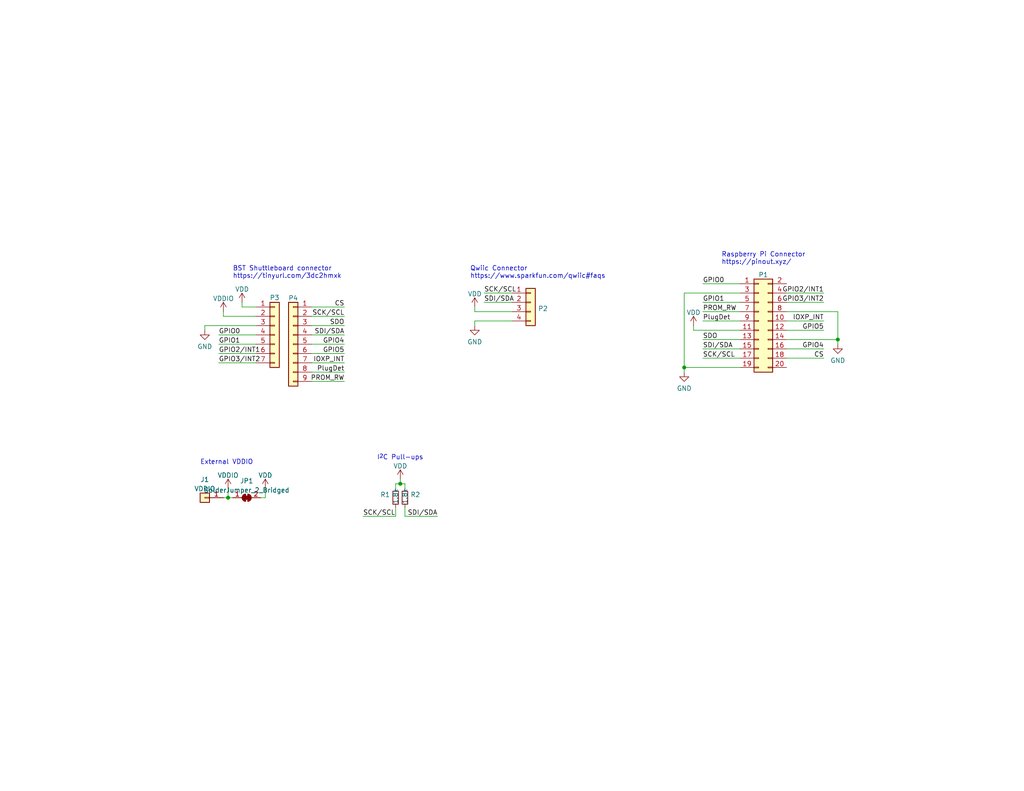
<source format=kicad_sch>
(kicad_sch (version 20230121) (generator eeschema)
  (paper "USLetter")
  (lib_symbols
    (symbol "Connector_Generic:Conn_01x01" (pin_names (offset 1.016) hide)
      (property "Reference" "J" (at 0 2.54 0))
      (property "Value" "Conn_01x01" (at 0 -2.54 0))
      (symbol "Conn_01x01_1_1"
        (rectangle (start -1.27 0.127) (end 0 -0.127) (stroke (width 0.1524)))
        (rectangle (start -1.27 1.27) (end 1.27 -1.27) (stroke (width 0.254)) (fill (type background)))
        (pin passive line (at -5.08 0 0) (length 3.81) (name "Pin_1") (number "1"))
      )
    )
    (symbol "Connector_Generic:Conn_01x04" (pin_names (offset 1.016) hide)
      (property "Reference" "J" (at 0 5.08 0))
      (property "Value" "Conn_01x04" (at 0 -7.62 0))
      (symbol "Conn_01x04_1_1"
        (rectangle (start -1.27 -4.953) (end 0 -5.207) (stroke (width 0.1524)))
        (rectangle (start -1.27 -2.413) (end 0 -2.667) (stroke (width 0.1524)))
        (rectangle (start -1.27 0.127) (end 0 -0.127) (stroke (width 0.1524)))
        (rectangle (start -1.27 2.667) (end 0 2.413) (stroke (width 0.1524)))
        (rectangle (start -1.27 3.81) (end 1.27 -6.35) (stroke (width 0.254)) (fill (type background)))
        (pin passive line (at -5.08 2.54 0) (length 3.81) (name "Pin_1") (number "1"))
        (pin passive line (at -5.08 0 0) (length 3.81) (name "Pin_2") (number "2"))
        (pin passive line (at -5.08 -2.54 0) (length 3.81) (name "Pin_3") (number "3"))
        (pin passive line (at -5.08 -5.08 0) (length 3.81) (name "Pin_4") (number "4"))
      )
    )
    (symbol "Connector_Generic:Conn_01x07" (pin_names (offset 1.016) hide)
      (property "Reference" "J" (at 0 10.16 0))
      (property "Value" "Conn_01x07" (at 0 -10.16 0))
      (symbol "Conn_01x07_1_1"
        (rectangle (start -1.27 -7.493) (end 0 -7.747) (stroke (width 0.1524)))
        (rectangle (start -1.27 -4.953) (end 0 -5.207) (stroke (width 0.1524)))
        (rectangle (start -1.27 -2.413) (end 0 -2.667) (stroke (width 0.1524)))
        (rectangle (start -1.27 0.127) (end 0 -0.127) (stroke (width 0.1524)))
        (rectangle (start -1.27 2.667) (end 0 2.413) (stroke (width 0.1524)))
        (rectangle (start -1.27 5.207) (end 0 4.953) (stroke (width 0.1524)))
        (rectangle (start -1.27 7.747) (end 0 7.493) (stroke (width 0.1524)))
        (rectangle (start -1.27 8.89) (end 1.27 -8.89) (stroke (width 0.254)) (fill (type background)))
        (pin passive line (at -5.08 7.62 0) (length 3.81) (name "Pin_1") (number "1"))
        (pin passive line (at -5.08 5.08 0) (length 3.81) (name "Pin_2") (number "2"))
        (pin passive line (at -5.08 2.54 0) (length 3.81) (name "Pin_3") (number "3"))
        (pin passive line (at -5.08 0 0) (length 3.81) (name "Pin_4") (number "4"))
        (pin passive line (at -5.08 -2.54 0) (length 3.81) (name "Pin_5") (number "5"))
        (pin passive line (at -5.08 -5.08 0) (length 3.81) (name "Pin_6") (number "6"))
        (pin passive line (at -5.08 -7.62 0) (length 3.81) (name "Pin_7") (number "7"))
      )
    )
    (symbol "Connector_Generic:Conn_01x09" (pin_names (offset 1.016) hide)
      (property "Reference" "J" (at 0 12.7 0))
      (property "Value" "Conn_01x09" (at 0 -12.7 0))
      (symbol "Conn_01x09_1_1"
        (rectangle (start -1.27 -10.033) (end 0 -10.287) (stroke (width 0.1524)))
        (rectangle (start -1.27 -7.493) (end 0 -7.747) (stroke (width 0.1524)))
        (rectangle (start -1.27 -4.953) (end 0 -5.207) (stroke (width 0.1524)))
        (rectangle (start -1.27 -2.413) (end 0 -2.667) (stroke (width 0.1524)))
        (rectangle (start -1.27 0.127) (end 0 -0.127) (stroke (width 0.1524)))
        (rectangle (start -1.27 2.667) (end 0 2.413) (stroke (width 0.1524)))
        (rectangle (start -1.27 5.207) (end 0 4.953) (stroke (width 0.1524)))
        (rectangle (start -1.27 7.747) (end 0 7.493) (stroke (width 0.1524)))
        (rectangle (start -1.27 10.287) (end 0 10.033) (stroke (width 0.1524)))
        (rectangle (start -1.27 11.43) (end 1.27 -11.43) (stroke (width 0.254)) (fill (type background)))
        (pin passive line (at -5.08 10.16 0) (length 3.81) (name "Pin_1") (number "1"))
        (pin passive line (at -5.08 7.62 0) (length 3.81) (name "Pin_2") (number "2"))
        (pin passive line (at -5.08 5.08 0) (length 3.81) (name "Pin_3") (number "3"))
        (pin passive line (at -5.08 2.54 0) (length 3.81) (name "Pin_4") (number "4"))
        (pin passive line (at -5.08 0 0) (length 3.81) (name "Pin_5") (number "5"))
        (pin passive line (at -5.08 -2.54 0) (length 3.81) (name "Pin_6") (number "6"))
        (pin passive line (at -5.08 -5.08 0) (length 3.81) (name "Pin_7") (number "7"))
        (pin passive line (at -5.08 -7.62 0) (length 3.81) (name "Pin_8") (number "8"))
        (pin passive line (at -5.08 -10.16 0) (length 3.81) (name "Pin_9") (number "9"))
      )
    )
    (symbol "Connector_Generic:Conn_02x10_Odd_Even" (pin_names (offset 1.016) hide)
      (property "Reference" "J" (at 1.27 12.7 0))
      (property "Value" "Conn_02x10_Odd_Even" (at 1.27 -15.24 0))
      (symbol "Conn_02x10_Odd_Even_1_1"
        (rectangle (start -1.27 -12.573) (end 0 -12.827) (stroke (width 0.1524)))
        (rectangle (start -1.27 -10.033) (end 0 -10.287) (stroke (width 0.1524)))
        (rectangle (start -1.27 -7.493) (end 0 -7.747) (stroke (width 0.1524)))
        (rectangle (start -1.27 -4.953) (end 0 -5.207) (stroke (width 0.1524)))
        (rectangle (start -1.27 -2.413) (end 0 -2.667) (stroke (width 0.1524)))
        (rectangle (start -1.27 0.127) (end 0 -0.127) (stroke (width 0.1524)))
        (rectangle (start -1.27 2.667) (end 0 2.413) (stroke (width 0.1524)))
        (rectangle (start -1.27 5.207) (end 0 4.953) (stroke (width 0.1524)))
        (rectangle (start -1.27 7.747) (end 0 7.493) (stroke (width 0.1524)))
        (rectangle (start -1.27 10.287) (end 0 10.033) (stroke (width 0.1524)))
        (rectangle (start -1.27 11.43) (end 3.81 -13.97) (stroke (width 0.254)) (fill (type background)))
        (rectangle (start 3.81 -12.573) (end 2.54 -12.827) (stroke (width 0.1524)))
        (rectangle (start 3.81 -10.033) (end 2.54 -10.287) (stroke (width 0.1524)))
        (rectangle (start 3.81 -7.493) (end 2.54 -7.747) (stroke (width 0.1524)))
        (rectangle (start 3.81 -4.953) (end 2.54 -5.207) (stroke (width 0.1524)))
        (rectangle (start 3.81 -2.413) (end 2.54 -2.667) (stroke (width 0.1524)))
        (rectangle (start 3.81 0.127) (end 2.54 -0.127) (stroke (width 0.1524)))
        (rectangle (start 3.81 2.667) (end 2.54 2.413) (stroke (width 0.1524)))
        (rectangle (start 3.81 5.207) (end 2.54 4.953) (stroke (width 0.1524)))
        (rectangle (start 3.81 7.747) (end 2.54 7.493) (stroke (width 0.1524)))
        (rectangle (start 3.81 10.287) (end 2.54 10.033) (stroke (width 0.1524)))
        (pin passive line (at -5.08 10.16 0) (length 3.81) (name "Pin_1") (number "1"))
        (pin passive line (at 7.62 0 180) (length 3.81) (name "Pin_10") (number "10"))
        (pin passive line (at -5.08 -2.54 0) (length 3.81) (name "Pin_11") (number "11"))
        (pin passive line (at 7.62 -2.54 180) (length 3.81) (name "Pin_12") (number "12"))
        (pin passive line (at -5.08 -5.08 0) (length 3.81) (name "Pin_13") (number "13"))
        (pin passive line (at 7.62 -5.08 180) (length 3.81) (name "Pin_14") (number "14"))
        (pin passive line (at -5.08 -7.62 0) (length 3.81) (name "Pin_15") (number "15"))
        (pin passive line (at 7.62 -7.62 180) (length 3.81) (name "Pin_16") (number "16"))
        (pin passive line (at -5.08 -10.16 0) (length 3.81) (name "Pin_17") (number "17"))
        (pin passive line (at 7.62 -10.16 180) (length 3.81) (name "Pin_18") (number "18"))
        (pin passive line (at -5.08 -12.7 0) (length 3.81) (name "Pin_19") (number "19"))
        (pin passive line (at 7.62 10.16 180) (length 3.81) (name "Pin_2") (number "2"))
        (pin passive line (at 7.62 -12.7 180) (length 3.81) (name "Pin_20") (number "20"))
        (pin passive line (at -5.08 7.62 0) (length 3.81) (name "Pin_3") (number "3"))
        (pin passive line (at 7.62 7.62 180) (length 3.81) (name "Pin_4") (number "4"))
        (pin passive line (at -5.08 5.08 0) (length 3.81) (name "Pin_5") (number "5"))
        (pin passive line (at 7.62 5.08 180) (length 3.81) (name "Pin_6") (number "6"))
        (pin passive line (at -5.08 2.54 0) (length 3.81) (name "Pin_7") (number "7"))
        (pin passive line (at 7.62 2.54 180) (length 3.81) (name "Pin_8") (number "8"))
        (pin passive line (at -5.08 0 0) (length 3.81) (name "Pin_9") (number "9"))
      )
    )
    (symbol "Device:R_Small" (pin_numbers hide) (pin_names (offset 0.254) hide)
      (property "Reference" "R" (at 0.762 0.508 0))
      (property "Value" "R_Small" (at 0.762 -1.016 0))
      (symbol "R_Small_0_1"
        (rectangle (start -0.762 1.778) (end 0.762 -1.778) (stroke (width 0.2032)))
      )
      (symbol "R_Small_1_1"
        (pin passive line (at 0 2.54 270) (length 0.762) (name "~") (number "1"))
        (pin passive line (at 0 -2.54 90) (length 0.762) (name "~") (number "2"))
      )
    )
    (symbol "Jumper:SolderJumper_2_Bridged" (pin_names (offset 0) hide)
      (property "Reference" "JP" (at 0 2.032 0))
      (property "Value" "SolderJumper_2_Bridged" (at 0 -2.54 0))
      (symbol "SolderJumper_2_Bridged_0_1"
        (rectangle (start -0.508 0.508) (end 0.508 -0.508) (fill (type outline)))
        (arc (start -0.254 1.016) (mid -1.2656 0) (end -0.254 -1.016))
        (arc (start -0.254 1.016) (mid -1.2656 0) (end -0.254 -1.016) (fill (type outline)))
        (polyline (pts (xy -0.254 1.016) (xy -0.254 -1.016)))
        (polyline (pts (xy 0.254 1.016) (xy 0.254 -1.016)))
        (arc (start 0.254 -1.016) (mid 1.2656 0) (end 0.254 1.016))
        (arc (start 0.254 -1.016) (mid 1.2656 0) (end 0.254 1.016) (fill (type outline)))
      )
      (symbol "SolderJumper_2_Bridged_1_1"
        (pin passive line (at -3.81 0 0) (length 2.54) (name "A") (number "1"))
        (pin passive line (at 3.81 0 180) (length 2.54) (name "B") (number "2"))
      )
    )
    (symbol "power:GND" (power) (pin_names (offset 0))
      (property "Value" "GND" (at 0 -3.81 0))
      (symbol "GND_0_1"
        (polyline (pts (xy 0 0) (xy 0 -1.27) (xy 1.27 -1.27) (xy 0 -2.54) (xy -1.27 -1.27) (xy 0 -1.27)))
      )
      (symbol "GND_1_1"
        (pin power_in line (at 0 0 270) (length 0) hide (name "GND") (number "1"))
      )
    )
    (symbol "power:VDD" (power) (pin_names (offset 0))
      (property "Value" "VDD" (at 0 3.81 0))
      (symbol "VDD_0_1"
        (polyline (pts (xy -0.762 1.27) (xy 0 2.54)))
        (polyline (pts (xy 0 0) (xy 0 2.54)))
        (polyline (pts (xy 0 2.54) (xy 0.762 1.27)))
      )
      (symbol "VDD_1_1"
        (pin power_in line (at 0 0 90) (length 0) hide (name "VDD") (number "1"))
      )
    )
    (symbol "symbols:VDDIO" (power) (pin_names (offset 0))
      (property "Value" "VDDIO" (at 0 3.81 0))
      (symbol "VDDIO_0_1"
        (polyline (pts (xy -0.762 1.27) (xy 0 2.54)))
        (polyline (pts (xy 0 0) (xy 0 2.54)))
        (polyline (pts (xy 0 2.54) (xy 0.762 1.27)))
      )
      (symbol "VDDIO_1_1"
        (pin power_in line (at 0 0 90) (length 0) hide (name "VDDIO") (number "1"))
      )
    )
  )
  (junction (at 186.69 100.33))
  (junction (at 109.22 132.08))
  (junction (at 228.6 92.71))
  (junction (at 62.23 135.89))
  (wire (pts (xy 62.23 133.35) (xy 62.23 135.89)))
  (wire (pts (xy 201.93 100.33) (xy 186.69 100.33)))
  (wire (pts (xy 129.54 85.09) (xy 139.7 85.09)))
  (wire (pts (xy 191.77 97.79) (xy 201.93 97.79)))
  (wire (pts (xy 191.77 82.55) (xy 201.93 82.55)))
  (wire (pts (xy 214.63 92.71) (xy 228.6 92.71)))
  (wire (pts (xy 191.77 85.09) (xy 201.93 85.09)))
  (wire (pts (xy 228.6 85.09) (xy 228.6 92.71)))
  (wire (pts (xy 85.09 99.06) (xy 93.98 99.06)))
  (wire (pts (xy 186.69 80.01) (xy 201.93 80.01)))
  (wire (pts (xy 55.88 88.9) (xy 55.88 90.17)))
  (wire (pts (xy 99.06 140.97) (xy 107.95 140.97)))
  (wire (pts (xy 191.77 87.63) (xy 201.93 87.63)))
  (wire (pts (xy 132.08 82.55) (xy 139.7 82.55)))
  (wire (pts (xy 69.85 86.36) (xy 60.96 86.36)))
  (wire (pts (xy 59.69 96.52) (xy 69.85 96.52)))
  (wire (pts (xy 85.09 104.14) (xy 93.98 104.14)))
  (wire (pts (xy 110.49 133.35) (xy 110.49 132.08)))
  (wire (pts (xy 214.63 82.55) (xy 224.79 82.55)))
  (wire (pts (xy 129.54 87.63) (xy 129.54 88.9)))
  (wire (pts (xy 59.69 99.06) (xy 69.85 99.06)))
  (wire (pts (xy 85.09 96.52) (xy 93.98 96.52)))
  (wire (pts (xy 110.49 138.43) (xy 110.49 140.97)))
  (wire (pts (xy 109.22 132.08) (xy 109.22 130.81)))
  (wire (pts (xy 72.39 133.35) (xy 72.39 135.89)))
  (wire (pts (xy 228.6 92.71) (xy 228.6 93.98)))
  (wire (pts (xy 85.09 93.98) (xy 93.98 93.98)))
  (wire (pts (xy 85.09 86.36) (xy 93.98 86.36)))
  (wire (pts (xy 72.39 135.89) (xy 71.12 135.89)))
  (wire (pts (xy 110.49 140.97) (xy 119.38 140.97)))
  (wire (pts (xy 214.63 80.01) (xy 224.79 80.01)))
  (wire (pts (xy 214.63 85.09) (xy 228.6 85.09)))
  (wire (pts (xy 110.49 132.08) (xy 109.22 132.08)))
  (wire (pts (xy 186.69 100.33) (xy 186.69 80.01)))
  (wire (pts (xy 214.63 90.17) (xy 224.79 90.17)))
  (wire (pts (xy 85.09 101.6) (xy 93.98 101.6)))
  (wire (pts (xy 191.77 95.25) (xy 201.93 95.25)))
  (wire (pts (xy 189.23 88.9) (xy 189.23 90.17)))
  (wire (pts (xy 191.77 92.71) (xy 201.93 92.71)))
  (wire (pts (xy 214.63 97.79) (xy 224.79 97.79)))
  (wire (pts (xy 60.96 86.36) (xy 60.96 85.09)))
  (wire (pts (xy 85.09 83.82) (xy 93.98 83.82)))
  (wire (pts (xy 62.23 135.89) (xy 63.5 135.89)))
  (wire (pts (xy 107.95 133.35) (xy 107.95 132.08)))
  (wire (pts (xy 85.09 88.9) (xy 93.98 88.9)))
  (wire (pts (xy 129.54 85.09) (xy 129.54 83.82)))
  (wire (pts (xy 214.63 87.63) (xy 224.79 87.63)))
  (wire (pts (xy 59.69 93.98) (xy 69.85 93.98)))
  (wire (pts (xy 214.63 95.25) (xy 224.79 95.25)))
  (wire (pts (xy 69.85 88.9) (xy 55.88 88.9)))
  (wire (pts (xy 85.09 91.44) (xy 93.98 91.44)))
  (wire (pts (xy 186.69 100.33) (xy 186.69 101.6)))
  (wire (pts (xy 132.08 80.01) (xy 139.7 80.01)))
  (wire (pts (xy 107.95 132.08) (xy 109.22 132.08)))
  (wire (pts (xy 66.04 83.82) (xy 66.04 82.55)))
  (wire (pts (xy 191.77 77.47) (xy 201.93 77.47)))
  (wire (pts (xy 201.93 90.17) (xy 189.23 90.17)))
  (wire (pts (xy 60.96 135.89) (xy 62.23 135.89)))
  (wire (pts (xy 69.85 83.82) (xy 66.04 83.82)))
  (wire (pts (xy 59.69 91.44) (xy 69.85 91.44)))
  (wire (pts (xy 107.95 138.43) (xy 107.95 140.97)))
  (wire (pts (xy 129.54 87.63) (xy 139.7 87.63)))
  (text "Raspberry Pi Connector\nhttps://pinout.xyz/" (at 196.85 72.39 0) (effects (font (size 1.27 1.27)) (justify left bottom)))
  (text "External VDDIO" (at 54.61 127 0) (effects (font (size 1.27 1.27)) (justify left bottom)))
  (text "I^{2}C Pull-ups" (at 102.87 125.73 0) (effects (font (size 1.27 1.27)) (justify left bottom)))
  (text "BST Shuttleboard connector\nhttps://tinyurl.com/3dc2hmxk" (at 63.5 76.2 0) (effects (font (size 1.27 1.27)) (justify left bottom)))
  (text "Qwiic Connector\nhttps://www.sparkfun.com/qwiic#faqs" (at 128.27 76.2 0) (effects (font (size 1.27 1.27)) (justify left bottom)))
  (label "GPIO1" (at 191.77 82.55 0))
  (label "CS" (at 224.79 97.79 180))
  (label "SDO" (at 191.77 92.71 0))
  (label "PROM_RW" (at 191.77 85.09 0))
  (label "SDI{slash}SDA" (at 93.98 91.44 180))
  (label "GPIO2{slash}INT1" (at 59.69 96.52 0))
  (label "PlugDet" (at 93.98 101.6 180))
  (label "GPIO3{slash}INT2" (at 224.79 82.55 180))
  (label "GPIO4" (at 93.98 93.98 180))
  (label "IOXP_INT" (at 93.98 99.06 180))
  (label "SCK{slash}SCL" (at 132.08 80.01 0))
  (label "GPIO0" (at 59.69 91.44 0))
  (label "GPIO4" (at 224.79 95.25 180))
  (label "GPIO3{slash}INT2" (at 59.69 99.06 0))
  (label "SCK{slash}SCL" (at 93.98 86.36 180))
  (label "GPIO1" (at 59.69 93.98 0))
  (label "CS" (at 93.98 83.82 180))
  (label "GPIO5" (at 224.79 90.17 180))
  (label "SCK{slash}SCL" (at 99.06 140.97 0))
  (label "PlugDet" (at 191.77 87.63 0))
  (label "GPIO0" (at 191.77 77.47 0))
  (label "SDI{slash}SDA" (at 119.38 140.97 180))
  (label "SDO" (at 93.98 88.9 180))
  (label "GPIO5" (at 93.98 96.52 180))
  (label "SCK{slash}SCL" (at 191.77 97.79 0))
  (label "IOXP_INT" (at 224.79 87.63 180))
  (label "SDI{slash}SDA" (at 191.77 95.25 0))
  (label "PROM_RW" (at 93.98 104.14 180))
  (label "GPIO2{slash}INT1" (at 224.79 80.01 180))
  (label "SDI{slash}SDA" (at 132.08 82.55 0))
  (symbol (lib_id "power:VDD") (at 129.54 83.82 0) (unit 1)
    (property "Reference" "#PWR0101" (effects hide))
    (property "Value" "VDD" (at 129.54 80.2442 0))
  )
  (symbol (lib_id "Connector_Generic:Conn_02x10_Odd_Even") (at 207.01 87.63 0) (unit 1)
    (property "Reference" "P1" (at 208.28 75.0372 0))
    (property "Value" "Raspberry Pi Connector" (effects hide))
    (property "Footprint" "Connector_PinSocket_2.54mm:PinSocket_2x10_P2.54mm_Vertical" (effects hide))
  )
  (symbol (lib_id "power:GND") (at 228.6 93.98 0) (unit 1)
    (property "Reference" "#PWR0109" (effects hide))
    (property "Value" "GND" (at 228.6 98.4234 0))
  )
  (symbol (lib_id "power:VDD") (at 189.23 88.9 0) (unit 1)
    (property "Reference" "#PWR0103" (effects hide))
    (property "Value" "VDD" (at 189.23 85.3242 0))
  )
  (symbol (lib_id "Device:R_Small") (at 107.95 135.89 0) (unit 1)
    (property "Reference" "R1" (at 106.4515 135.0553 0) (effects (justify right)))
    (property "Value" "1.8k" (at 107.95 133.35 90) (effects (justify right)))
    (property "Footprint" "Resistor_SMD:R_0805_2012Metric_Pad1.20x1.40mm_HandSolder" (effects hide))
  )
  (symbol (lib_id "symbols:VDDIO") (at 60.96 85.09 0) (unit 1)
    (property "Reference" "#PWR0105" (effects hide))
    (property "Value" "VDDIO" (at 60.96 81.5142 0))
  )
  (symbol (lib_id "Connector_Generic:Conn_01x04") (at 144.78 82.55 0) (unit 1)
    (property "Reference" "P2" (at 146.812 84.2538 0) (effects (justify left)))
    (property "Value" "Qwiic Connector" (effects hide))
    (property "Footprint" "Connector_JST:JST_SH_BM04B-SRSS-TB_1x04-1MP_P1.00mm_Vertical" (effects hide))
  )
  (symbol (lib_id "Device:R_Small") (at 110.49 135.89 0) (unit 1)
    (property "Reference" "R2" (at 111.9886 135.0553 0) (effects (justify left)))
    (property "Value" "1.8k" (at 110.49 133.35 90) (effects (justify right)))
    (property "Footprint" "Resistor_SMD:R_0805_2012Metric_Pad1.20x1.40mm_HandSolder" (effects hide))
  )
  (symbol (lib_id "power:GND") (at 186.69 101.6 0) (unit 1)
    (property "Reference" "#PWR0104" (effects hide))
    (property "Value" "GND" (at 186.69 106.0434 0))
  )
  (symbol (lib_id "power:VDD") (at 72.39 133.35 0) (unit 1)
    (property "Reference" "#PWR0110" (effects hide))
    (property "Value" "VDD" (at 72.39 129.7742 0))
  )
  (symbol (lib_id "Connector_Generic:Conn_01x09") (at 80.01 93.98 0) (mirror y) (unit 1)
    (property "Reference" "P4" (at 80.01 81.3872 0))
    (property "Value" "Conn_01x09" (effects hide))
    (property "Footprint" "Connector_PinSocket_1.27mm:PinSocket_1x09_P1.27mm_Vertical" (effects hide))
  )
  (symbol (lib_id "power:VDD") (at 109.22 130.81 0) (unit 1)
    (property "Reference" "#PWR0112" (effects hide))
    (property "Value" "VDD" (at 109.22 127.2342 0))
  )
  (symbol (lib_id "Connector_Generic:Conn_01x01") (at 55.88 135.89 180) (unit 1)
    (property "Reference" "J1" (at 55.88 130.9202 0))
    (property "Value" "VDDIO" (at 55.88 133.4571 0))
    (property "Footprint" "Connector_PinHeader_2.54mm:PinHeader_1x01_P2.54mm_Vertical" (effects hide))
  )
  (symbol (lib_id "symbols:VDDIO") (at 62.23 133.35 0) (unit 1)
    (property "Reference" "#PWR0111" (effects hide))
    (property "Value" "VDDIO" (at 62.23 129.7742 0))
  )
  (symbol (lib_id "power:GND") (at 55.88 90.17 0) (unit 1)
    (property "Reference" "#PWR0107" (effects hide))
    (property "Value" "GND" (at 55.88 94.6134 0))
  )
  (symbol (lib_id "Jumper:SolderJumper_2_Bridged") (at 67.31 135.89 0) (unit 1)
    (property "Reference" "JP1" (at 67.31 131.3012 0))
    (property "Value" "SolderJumper_2_Bridged" (at 67.31 133.8381 0))
    (property "Footprint" "Jumper:SolderJumper-2_P1.3mm_Bridged_RoundedPad1.0x1.5mm" (effects hide))
  )
  (symbol (lib_id "Connector_Generic:Conn_01x07") (at 74.93 91.44 0) (unit 1)
    (property "Reference" "P3" (at 74.93 81.28 0))
    (property "Value" "Conn_01x07" (effects hide))
    (property "Footprint" "Connector_PinSocket_1.27mm:PinSocket_1x07_P1.27mm_Vertical" (effects hide))
  )
  (symbol (lib_id "power:GND") (at 129.54 88.9 0) (unit 1)
    (property "Reference" "#PWR0102" (effects hide))
    (property "Value" "GND" (at 129.54 93.3434 0))
  )
  (symbol (lib_id "power:VDD") (at 66.04 82.55 0) (unit 1)
    (property "Reference" "#PWR0106" (effects hide))
    (property "Value" "VDD" (at 66.04 78.9742 0))
  )
)
</source>
